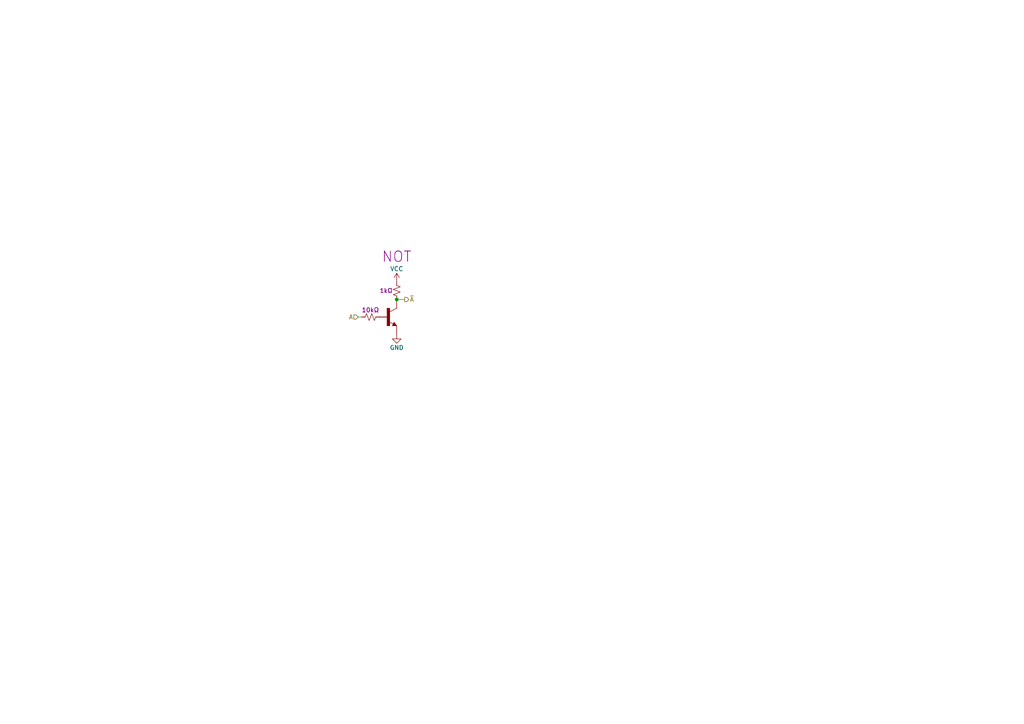
<source format=kicad_sch>
(kicad_sch (version 20211123) (generator eeschema)
  (paper "A4")
  (lib_symbols
    (symbol "Device:R_Small_US" (pin_numbers hide) (pin_names (offset 0.254) hide)
      (property "Reference" "R" (at 0.762 0.508 0))
      (property "Value" "R_Small_US" (at 0.762 -1.016 0))
      (symbol "R_Small_US_1_1"
        (polyline (pts (xy 0 0) (xy 1.016 -0.381) (xy 0 -0.762) (xy -1.016 -1.143) (xy 0 -1.524)))
        (polyline (pts (xy 0 1.524) (xy 1.016 1.143) (xy 0 0.762) (xy -1.016 0.381) (xy 0 0)))
        (pin passive line (at 0 2.54 270) (length 1.016) (name "~") (number "1"))
        (pin passive line (at 0 -2.54 90) (length 1.016) (name "~") (number "2"))
      )
    )
    (symbol "Stephen:PMBT2222A" (pin_numbers hide) (pin_names (offset 1.016) hide)
      (property "Reference" "Q" (at -10.16 7.62 0))
      (property "Value" "PMBT2222A" (at -10.16 5.08 0))
      (symbol "PMBT2222A_0_0"
        (rectangle (start -0.254 -2.54) (end 0.508 2.54) (fill (type outline)))
        (polyline (pts (xy 1.27 -2.54) (xy 1.778 -1.524)) (stroke (width 0.1524)))
        (polyline (pts (xy 1.524 -2.413) (xy 2.286 -2.413)) (stroke (width 0.254)))
        (polyline (pts (xy 1.524 -2.286) (xy 1.905 -2.286)) (stroke (width 0.254)))
        (polyline (pts (xy 1.5494 -2.032) (xy 0.3048 -1.4224)) (stroke (width 0.1524)))
        (polyline (pts (xy 1.778 -1.778) (xy 1.524 -2.286)) (stroke (width 0.254)))
        (polyline (pts (xy 1.778 -1.524) (xy 2.54 -2.54)) (stroke (width 0.1524)))
        (polyline (pts (xy 1.905 -2.286) (xy 1.778 -2.032)) (stroke (width 0.254)))
        (polyline (pts (xy 2.286 -2.413) (xy 1.778 -1.778)) (stroke (width 0.254)))
        (polyline (pts (xy 2.54 -2.54) (xy 1.27 -2.54)) (stroke (width 0.1524)))
        (polyline (pts (xy 2.54 2.54) (xy 0.508 1.524)) (stroke (width 0.1524)))
        (pin passive line (at -2.54 0 0) (length 2.54) (name "~") (number "B"))
        (pin passive line (at 2.54 5.08 270) (length 2.54) (name "~") (number "C"))
        (pin passive line (at 2.54 -5.08 90) (length 2.54) (name "~") (number "E"))
      )
    )
    (symbol "power:GND" (power) (pin_names (offset 0))
      (property "Value" "GND" (at 0 -3.81 0))
      (symbol "GND_0_1"
        (polyline (pts (xy 0 0) (xy 0 -1.27) (xy 1.27 -1.27) (xy 0 -2.54) (xy -1.27 -1.27) (xy 0 -1.27)))
      )
      (symbol "GND_1_1"
        (pin power_in line (at 0 0 270) (length 0) hide (name "GND") (number "1"))
      )
    )
    (symbol "power:VCC" (power) (pin_names (offset 0))
      (property "Value" "VCC" (at 0 3.81 0))
      (symbol "VCC_0_1"
        (polyline (pts (xy -0.762 1.27) (xy 0 2.54)))
        (polyline (pts (xy 0 0) (xy 0 2.54)))
        (polyline (pts (xy 0 2.54) (xy 0.762 1.27)))
      )
      (symbol "VCC_1_1"
        (pin power_in line (at 0 0 90) (length 0) hide (name "VCC") (number "1"))
      )
    )
  )
  (junction (at 115.062 86.868))
  (wire (pts (xy 115.062 86.868) (xy 117.348 86.868)))
  (wire (pts (xy 103.886 91.948) (xy 104.902 91.948)))
  (hierarchical_label "A" (shape input) (at 103.886 91.948 180))
  (hierarchical_label "~{A}" (shape output) (at 117.348 86.868 0))
  (symbol (lib_id "Device:R_Small_US") (at 107.442 91.948 90)
    (property "Reference" "R55" (effects hide))
    (property "Value" "R_Small_US" (effects hide))
    (property "Footprint" "Resistor_SMD:R_0805_2012Metric" (effects hide))
    (property "Field4" "10kΩ" (at 107.442 89.916 90))
  )
  (symbol (lib_id "power:GND") (at 115.062 97.028 0)
    (property "Reference" "#PWR065" (effects hide))
    (property "Value" "GND" (at 115.062 100.838 0))
  )
  (symbol (lib_id "Device:R_Small_US") (at 115.062 84.328 0)
    (property "Reference" "R56" (effects hide))
    (property "Value" "R_Small_US" (effects hide))
    (property "Footprint" "Resistor_SMD:R_0805_2012Metric" (effects hide))
    (property "Field4" "1kΩ" (at 112.014 84.328 0))
  )
  (symbol (lib_id "Stephen:PMBT2222A") (at 112.522 91.948 0)
    (property "Reference" "Q14" (effects hide))
    (property "Value" "PMBT2222A" (effects hide))
    (property "Footprint" "Stephenv6:SOT23-BEC" (effects hide))
    (property "Field4" "NOT" (at 115.062 74.422 0) (effects (font (size 3 3))))
  )
  (symbol (lib_id "power:VCC") (at 115.062 81.788 0)
    (property "Reference" "#PWR064" (effects hide))
    (property "Value" "VCC" (at 115.062 77.978 0))
  )
)
</source>
